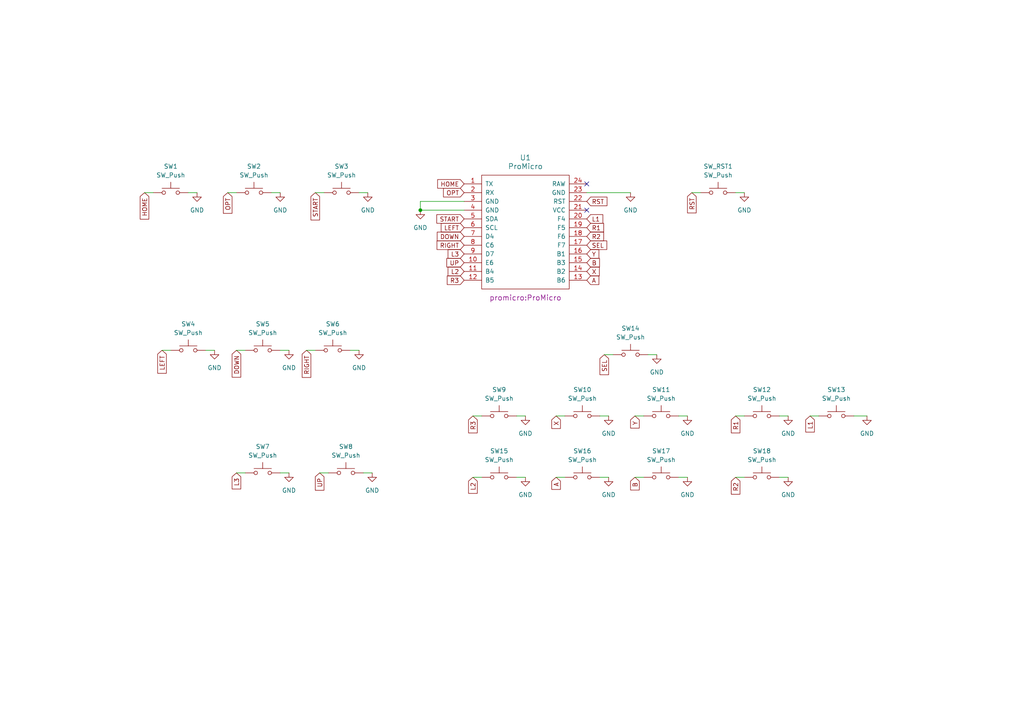
<source format=kicad_sch>
(kicad_sch (version 20230121) (generator eeschema)
  (paper "A4")
  (title_block (title "ergoSHIFT") (date "2023/12/16") (rev "rev.1"))
  (lib_symbols
    (symbol "Switch:SW_Push" (pin_numbers hide) (pin_names (offset 1.016) hide)
      (property "Reference" "SW" (at 1.27 2.54 0))
      (property "Value" "SW_Push" (at 0 -1.524 0))
      (symbol "SW_Push_0_1"
        (circle (center -2.032 0) (radius 0.508))
        (polyline (pts (xy 0 1.27) (xy 0 3.048)))
        (polyline (pts (xy 2.54 1.27) (xy -2.54 1.27)))
        (circle (center 2.032 0) (radius 0.508))
        (pin passive line (at -5.08 0 0) (length 2.54) (name "1") (number "1"))
        (pin passive line (at 5.08 0 180) (length 2.54) (name "2") (number "2"))
      )
    )
    (symbol "power:GND" (power) (pin_names (offset 0))
      (property "Value" "GND" (at 0 -3.81 0))
      (symbol "GND_0_1"
        (polyline (pts (xy 0 0) (xy 0 -1.27) (xy 1.27 -1.27) (xy 0 -2.54) (xy -1.27 -1.27) (xy 0 -1.27)))
      )
      (symbol "GND_1_1"
        (pin power_in line (at 0 0 270) (length 0) hide (name "GND") (number "1"))
      )
    )
    (symbol "promicro:ProMicro" (pin_names (offset 1.016))
      (property "Reference" "U" (at 0 24.13 0))
      (property "Value" "ProMicro" (at 0 -13.97 0))
      (symbol "ProMicro_0_1"
        (rectangle (start -12.7 21.59) (end 12.7 -11.43))
      )
      (symbol "ProMicro_1_1"
        (pin bidirectional line (at -17.78 19.05 0) (length 5.08) (name "TX") (number "1"))
        (pin bidirectional line (at -17.78 -3.81 0) (length 5.08) (name "E6") (number "10"))
        (pin bidirectional line (at -17.78 -6.35 0) (length 5.08) (name "B4") (number "11"))
        (pin bidirectional line (at -17.78 -8.89 0) (length 5.08) (name "B5") (number "12"))
        (pin bidirectional line (at 17.78 -8.89 180) (length 5.08) (name "B6") (number "13"))
        (pin bidirectional line (at 17.78 -6.35 180) (length 5.08) (name "B2") (number "14"))
        (pin bidirectional line (at 17.78 -3.81 180) (length 5.08) (name "B3") (number "15"))
        (pin bidirectional line (at 17.78 -1.27 180) (length 5.08) (name "B1") (number "16"))
        (pin bidirectional line (at 17.78 1.27 180) (length 5.08) (name "F7") (number "17"))
        (pin bidirectional line (at 17.78 3.81 180) (length 5.08) (name "F6") (number "18"))
        (pin bidirectional line (at 17.78 6.35 180) (length 5.08) (name "F5") (number "19"))
        (pin bidirectional line (at -17.78 16.51 0) (length 5.08) (name "RX") (number "2"))
        (pin bidirectional line (at 17.78 8.89 180) (length 5.08) (name "F4") (number "20"))
        (pin power_in line (at 17.78 11.43 180) (length 5.08) (name "VCC") (number "21"))
        (pin input line (at 17.78 13.97 180) (length 5.08) (name "RST") (number "22"))
        (pin power_in line (at 17.78 16.51 180) (length 5.08) (name "GND") (number "23"))
        (pin power_out line (at 17.78 19.05 180) (length 5.08) (name "RAW") (number "24"))
        (pin power_in line (at -17.78 13.97 0) (length 5.08) (name "GND") (number "3"))
        (pin power_in line (at -17.78 11.43 0) (length 5.08) (name "GND") (number "4"))
        (pin bidirectional line (at -17.78 8.89 0) (length 5.08) (name "SDA") (number "5"))
        (pin bidirectional line (at -17.78 6.35 0) (length 5.08) (name "SCL") (number "6"))
        (pin bidirectional line (at -17.78 3.81 0) (length 5.08) (name "D4") (number "7"))
        (pin bidirectional line (at -17.78 1.27 0) (length 5.08) (name "C6") (number "8"))
        (pin bidirectional line (at -17.78 -1.27 0) (length 5.08) (name "D7") (number "9"))
      )
    )
  )
  (junction (at 121.92 60.96))
  (no_connect (at 170.18 60.96))
  (no_connect (at 170.18 53.34))
  (wire (pts (xy 81.28 101.6) (xy 83.82 101.6)))
  (wire (pts (xy 184.15 120.65) (xy 186.69 120.65)))
  (wire (pts (xy 54.61 55.88) (xy 57.15 55.88)))
  (wire (pts (xy 92.71 137.16) (xy 95.25 137.16)))
  (wire (pts (xy 247.65 120.65) (xy 251.46 120.65)))
  (wire (pts (xy 81.28 137.16) (xy 83.82 137.16)))
  (wire (pts (xy 66.04 55.88) (xy 68.58 55.88)))
  (wire (pts (xy 161.29 138.43) (xy 163.83 138.43)))
  (wire (pts (xy 105.41 137.16) (xy 107.95 137.16)))
  (wire (pts (xy 161.29 120.65) (xy 163.83 120.65)))
  (wire (pts (xy 68.58 101.6) (xy 71.12 101.6)))
  (wire (pts (xy 173.99 138.43) (xy 176.53 138.43)))
  (wire (pts (xy 104.14 55.88) (xy 106.68 55.88)))
  (wire (pts (xy 101.6 101.6) (xy 104.14 101.6)))
  (wire (pts (xy 175.26 102.87) (xy 177.8 102.87)))
  (wire (pts (xy 46.99 101.6) (xy 49.53 101.6)))
  (wire (pts (xy 137.16 120.65) (xy 139.7 120.65)))
  (wire (pts (xy 196.85 120.65) (xy 199.39 120.65)))
  (wire (pts (xy 137.16 138.43) (xy 139.7 138.43)))
  (wire (pts (xy 59.69 101.6) (xy 62.23 101.6)))
  (wire (pts (xy 149.86 138.43) (xy 152.4 138.43)))
  (wire (pts (xy 134.62 58.42) (xy 121.92 58.42)))
  (wire (pts (xy 196.85 138.43) (xy 199.39 138.43)))
  (wire (pts (xy 226.06 120.65) (xy 228.6 120.65)))
  (wire (pts (xy 121.92 60.96) (xy 134.62 60.96)))
  (wire (pts (xy 170.18 55.88) (xy 182.88 55.88)))
  (wire (pts (xy 234.95 120.65) (xy 237.49 120.65)))
  (wire (pts (xy 68.58 137.16) (xy 71.12 137.16)))
  (wire (pts (xy 200.66 55.88) (xy 203.2 55.88)))
  (wire (pts (xy 187.96 102.87) (xy 190.5 102.87)))
  (wire (pts (xy 173.99 120.65) (xy 176.53 120.65)))
  (wire (pts (xy 78.74 55.88) (xy 81.28 55.88)))
  (wire (pts (xy 226.06 138.43) (xy 228.6 138.43)))
  (wire (pts (xy 213.36 138.43) (xy 215.9 138.43)))
  (wire (pts (xy 149.86 120.65) (xy 152.4 120.65)))
  (wire (pts (xy 213.36 120.65) (xy 215.9 120.65)))
  (wire (pts (xy 213.36 55.88) (xy 215.9 55.88)))
  (wire (pts (xy 91.44 55.88) (xy 93.98 55.88)))
  (wire (pts (xy 41.91 55.88) (xy 44.45 55.88)))
  (wire (pts (xy 184.15 138.43) (xy 186.69 138.43)))
  (wire (pts (xy 88.9 101.6) (xy 91.44 101.6)))
  (wire (pts (xy 121.92 58.42) (xy 121.92 60.96)))
  (global_label "RST" (shape input) (at 170.18 58.42 0) (property "Intersheetrefs" "${INTERSHEET_REFS}" (effects hide)))
  (global_label "L2" (shape input) (at 137.16 138.43 270) (property "Intersheetrefs" "${INTERSHEET_REFS}" (effects hide)))
  (global_label "X" (shape input) (at 161.29 120.65 270) (property "Intersheetrefs" "${INTERSHEET_REFS}" (effects hide)))
  (global_label "L3" (shape input) (at 68.58 137.16 270) (property "Intersheetrefs" "${INTERSHEET_REFS}" (effects hide)))
  (global_label "SEL" (shape input) (at 175.26 102.87 270) (property "Intersheetrefs" "${INTERSHEET_REFS}" (effects hide)))
  (global_label "START" (shape input) (at 91.44 55.88 270) (property "Intersheetrefs" "${INTERSHEET_REFS}" (effects hide)))
  (global_label "X" (shape input) (at 170.18 78.74 0) (property "Intersheetrefs" "${INTERSHEET_REFS}" (effects hide)))
  (global_label "HOME" (shape input) (at 41.91 55.88 270) (property "Intersheetrefs" "${INTERSHEET_REFS}" (effects hide)))
  (global_label "R2" (shape input) (at 170.18 68.58 0) (property "Intersheetrefs" "${INTERSHEET_REFS}" (effects hide)))
  (global_label "R1" (shape input) (at 213.36 120.65 270) (property "Intersheetrefs" "${INTERSHEET_REFS}" (effects hide)))
  (global_label "RIGHT" (shape input) (at 134.62 71.12 180) (property "Intersheetrefs" "${INTERSHEET_REFS}" (effects hide)))
  (global_label "R2" (shape input) (at 213.36 138.43 270) (property "Intersheetrefs" "${INTERSHEET_REFS}" (effects hide)))
  (global_label "B" (shape input) (at 184.15 138.43 270) (property "Intersheetrefs" "${INTERSHEET_REFS}" (effects hide)))
  (global_label "UP" (shape input) (at 92.71 137.16 270) (property "Intersheetrefs" "${INTERSHEET_REFS}" (effects hide)))
  (global_label "LEFT" (shape input) (at 46.99 101.6 270) (property "Intersheetrefs" "${INTERSHEET_REFS}" (effects hide)))
  (global_label "RIGHT" (shape input) (at 88.9 101.6 270) (property "Intersheetrefs" "${INTERSHEET_REFS}" (effects hide)))
  (global_label "L2" (shape input) (at 134.62 78.74 180) (property "Intersheetrefs" "${INTERSHEET_REFS}" (effects hide)))
  (global_label "RST" (shape input) (at 200.66 55.88 270) (property "Intersheetrefs" "${INTERSHEET_REFS}" (effects hide)))
  (global_label "DOWN" (shape input) (at 68.58 101.6 270) (property "Intersheetrefs" "${INTERSHEET_REFS}" (effects hide)))
  (global_label "OPT" (shape input) (at 66.04 55.88 270) (property "Intersheetrefs" "${INTERSHEET_REFS}" (effects hide)))
  (global_label "L1" (shape input) (at 234.95 120.65 270) (property "Intersheetrefs" "${INTERSHEET_REFS}" (effects hide)))
  (global_label "L3" (shape input) (at 134.62 73.66 180) (property "Intersheetrefs" "${INTERSHEET_REFS}" (effects hide)))
  (global_label "R3" (shape input) (at 137.16 120.65 270) (property "Intersheetrefs" "${INTERSHEET_REFS}" (effects hide)))
  (global_label "R1" (shape input) (at 170.18 66.04 0) (property "Intersheetrefs" "${INTERSHEET_REFS}" (effects hide)))
  (global_label "A" (shape input) (at 170.18 81.28 0) (property "Intersheetrefs" "${INTERSHEET_REFS}" (effects hide)))
  (global_label "DOWN" (shape input) (at 134.62 68.58 180) (property "Intersheetrefs" "${INTERSHEET_REFS}" (effects hide)))
  (global_label "B" (shape input) (at 170.18 76.2 0) (property "Intersheetrefs" "${INTERSHEET_REFS}" (effects hide)))
  (global_label "SEL" (shape input) (at 170.18 71.12 0) (property "Intersheetrefs" "${INTERSHEET_REFS}" (effects hide)))
  (global_label "OPT" (shape input) (at 134.62 55.88 180) (property "Intersheetrefs" "${INTERSHEET_REFS}" (effects hide)))
  (global_label "L1" (shape input) (at 170.18 63.5 0) (property "Intersheetrefs" "${INTERSHEET_REFS}" (effects hide)))
  (global_label "R3" (shape input) (at 134.62 81.28 180) (property "Intersheetrefs" "${INTERSHEET_REFS}" (effects hide)))
  (global_label "UP" (shape input) (at 134.62 76.2 180) (property "Intersheetrefs" "${INTERSHEET_REFS}" (effects hide)))
  (global_label "A" (shape input) (at 161.29 138.43 270) (property "Intersheetrefs" "${INTERSHEET_REFS}" (effects hide)))
  (global_label "Y" (shape input) (at 184.15 120.65 270) (property "Intersheetrefs" "${INTERSHEET_REFS}" (effects hide)))
  (global_label "START" (shape input) (at 134.62 63.5 180) (property "Intersheetrefs" "${INTERSHEET_REFS}" (effects hide)))
  (global_label "Y" (shape input) (at 170.18 73.66 0) (property "Intersheetrefs" "${INTERSHEET_REFS}" (effects hide)))
  (global_label "LEFT" (shape input) (at 134.62 66.04 180) (property "Intersheetrefs" "${INTERSHEET_REFS}" (effects hide)))
  (global_label "HOME" (shape input) (at 134.62 53.34 180) (property "Intersheetrefs" "${INTERSHEET_REFS}" (effects hide)))
  (symbol (lib_id "Switch:SW_Push") (at 54.61 101.6 0) (unit 1)
    (property "Reference" "SW4" (at 54.61 93.98 0))
    (property "Value" "SW_Push" (at 54.61 96.52 0))
    (property "Footprint" "keyswitches:Kailh_socket_MX_optional" (effects hide))
  )
  (symbol (lib_id "power:GND") (at 182.88 55.88 0) (unit 1)
    (property "Reference" "#PWR019" (effects hide))
    (property "Value" "GND" (at 182.88 60.96 0))
  )
  (symbol (lib_id "power:GND") (at 81.28 55.88 0) (unit 1)
    (property "Reference" "#PWR02" (effects hide))
    (property "Value" "GND" (at 81.28 60.96 0))
  )
  (symbol (lib_id "Switch:SW_Push") (at 208.28 55.88 0) (unit 1)
    (property "Reference" "SW_RST1" (at 208.28 48.26 0))
    (property "Value" "SW_Push" (at 208.28 50.8 0))
    (property "Footprint" "ergoSHIFT-rev1-kicad:SW_Tactile_Yushakobo 3x6x4.3mm" (effects hide))
  )
  (symbol (lib_id "Switch:SW_Push") (at 76.2 101.6 0) (unit 1)
    (property "Reference" "SW5" (at 76.2 93.98 0))
    (property "Value" "SW_Push" (at 76.2 96.52 0))
    (property "Footprint" "keyswitches:Kailh_socket_MX_optional" (effects hide))
  )
  (symbol (lib_id "power:GND") (at 152.4 120.65 0) (unit 1)
    (property "Reference" "#PWR09" (effects hide))
    (property "Value" "GND" (at 152.4 125.73 0))
  )
  (symbol (lib_id "Switch:SW_Push") (at 144.78 138.43 0) (unit 1)
    (property "Reference" "SW15" (at 144.78 130.81 0))
    (property "Value" "SW_Push" (at 144.78 133.35 0))
    (property "Footprint" "keyswitches:Kailh_socket_MX_optional" (effects hide))
  )
  (symbol (lib_id "power:GND") (at 228.6 120.65 0) (unit 1)
    (property "Reference" "#PWR014" (effects hide))
    (property "Value" "GND" (at 228.6 125.73 0))
  )
  (symbol (lib_id "power:GND") (at 83.82 101.6 0) (unit 1)
    (property "Reference" "#PWR05" (effects hide))
    (property "Value" "GND" (at 83.82 106.68 0))
  )
  (symbol (lib_id "Switch:SW_Push") (at 73.66 55.88 0) (unit 1)
    (property "Reference" "SW2" (at 73.66 48.26 0))
    (property "Value" "SW_Push" (at 73.66 50.8 0))
    (property "Footprint" "Button_Switch_THT:SW_PUSH_6mm_H8.5mm" (effects hide))
  )
  (symbol (lib_id "power:GND") (at 176.53 138.43 0) (unit 1)
    (property "Reference" "#PWR011" (effects hide))
    (property "Value" "GND" (at 176.53 143.51 0))
  )
  (symbol (lib_id "power:GND") (at 199.39 138.43 0) (unit 1)
    (property "Reference" "#PWR012" (effects hide))
    (property "Value" "GND" (at 199.39 143.51 0))
  )
  (symbol (lib_id "Switch:SW_Push") (at 144.78 120.65 0) (unit 1)
    (property "Reference" "SW9" (at 144.78 113.03 0))
    (property "Value" "SW_Push" (at 144.78 115.57 0))
    (property "Footprint" "keyswitches:Kailh_socket_MX_optional" (effects hide))
  )
  (symbol (lib_id "Switch:SW_Push") (at 168.91 120.65 0) (unit 1)
    (property "Reference" "SW10" (at 168.91 113.03 0))
    (property "Value" "SW_Push" (at 168.91 115.57 0))
    (property "Footprint" "keyswitches:Kailh_socket_MX_optional" (effects hide))
  )
  (symbol (lib_id "Switch:SW_Push") (at 168.91 138.43 0) (unit 1)
    (property "Reference" "SW16" (at 168.91 130.81 0))
    (property "Value" "SW_Push" (at 168.91 133.35 0))
    (property "Footprint" "keyswitches:Kailh_socket_MX_optional" (effects hide))
  )
  (symbol (lib_id "Switch:SW_Push") (at 220.98 138.43 0) (unit 1)
    (property "Reference" "SW18" (at 220.98 130.81 0))
    (property "Value" "SW_Push" (at 220.98 133.35 0))
    (property "Footprint" "keyswitches:Kailh_socket_MX_optional" (effects hide))
  )
  (symbol (lib_id "power:GND") (at 106.68 55.88 0) (unit 1)
    (property "Reference" "#PWR03" (effects hide))
    (property "Value" "GND" (at 106.68 60.96 0))
  )
  (symbol (lib_id "Switch:SW_Push") (at 100.33 137.16 0) (unit 1)
    (property "Reference" "SW8" (at 100.33 129.54 0))
    (property "Value" "SW_Push" (at 100.33 132.08 0))
    (property "Footprint" "keyswitches:Kailh_socket_MX_optional" (effects hide))
  )
  (symbol (lib_id "Switch:SW_Push") (at 76.2 137.16 0) (unit 1)
    (property "Reference" "SW7" (at 76.2 129.54 0))
    (property "Value" "SW_Push" (at 76.2 132.08 0))
    (property "Footprint" "keyswitches:Kailh_socket_MX_optional" (effects hide))
  )
  (symbol (lib_id "power:GND") (at 251.46 120.65 0) (unit 1)
    (property "Reference" "#PWR015" (effects hide))
    (property "Value" "GND" (at 251.46 125.73 0))
  )
  (symbol (lib_id "promicro:ProMicro") (at 152.4 72.39 0) (unit 1)
    (property "Reference" "U1" (at 152.4 45.72 0) (effects (font (size 1.524 1.524))))
    (property "Value" "ProMicro" (at 152.4 48.26 0) (effects (font (size 1.524 1.524))))
    (property "Footprint" "promicro:ProMicro" (at 152.4 86.36 0) (effects (font (size 1.524 1.524))))
  )
  (symbol (lib_id "power:GND") (at 62.23 101.6 0) (unit 1)
    (property "Reference" "#PWR04" (effects hide))
    (property "Value" "GND" (at 62.23 106.68 0))
  )
  (symbol (lib_id "Switch:SW_Push") (at 96.52 101.6 0) (unit 1)
    (property "Reference" "SW6" (at 96.52 93.98 0))
    (property "Value" "SW_Push" (at 96.52 96.52 0))
    (property "Footprint" "keyswitches:Kailh_socket_MX_optional" (effects hide))
  )
  (symbol (lib_id "power:GND") (at 152.4 138.43 0) (unit 1)
    (property "Reference" "#PWR020" (effects hide))
    (property "Value" "GND" (at 152.4 143.51 0))
  )
  (symbol (lib_id "power:GND") (at 199.39 120.65 0) (unit 1)
    (property "Reference" "#PWR013" (effects hide))
    (property "Value" "GND" (at 199.39 125.73 0))
  )
  (symbol (lib_id "Switch:SW_Push") (at 191.77 120.65 0) (unit 1)
    (property "Reference" "SW11" (at 191.77 113.03 0))
    (property "Value" "SW_Push" (at 191.77 115.57 0))
    (property "Footprint" "keyswitches:Kailh_socket_MX_optional" (effects hide))
  )
  (symbol (lib_id "power:GND") (at 215.9 55.88 0) (unit 1)
    (property "Reference" "#PWR017" (effects hide))
    (property "Value" "GND" (at 215.9 60.96 0))
  )
  (symbol (lib_id "power:GND") (at 176.53 120.65 0) (unit 1)
    (property "Reference" "#PWR010" (effects hide))
    (property "Value" "GND" (at 176.53 125.73 0))
  )
  (symbol (lib_id "power:GND") (at 121.92 60.96 0) (unit 1)
    (property "Reference" "#PWR018" (effects hide))
    (property "Value" "GND" (at 121.92 66.04 0))
  )
  (symbol (lib_id "power:GND") (at 104.14 101.6 0) (unit 1)
    (property "Reference" "#PWR06" (effects hide))
    (property "Value" "GND" (at 104.14 106.68 0))
  )
  (symbol (lib_id "power:GND") (at 228.6 138.43 0) (unit 1)
    (property "Reference" "#PWR016" (effects hide))
    (property "Value" "GND" (at 228.6 143.51 0))
  )
  (symbol (lib_id "Switch:SW_Push") (at 49.53 55.88 0) (unit 1)
    (property "Reference" "SW1" (at 49.53 48.26 0))
    (property "Value" "SW_Push" (at 49.53 50.8 0))
    (property "Footprint" "Button_Switch_THT:SW_PUSH_6mm_H8.5mm" (effects hide))
  )
  (symbol (lib_id "Switch:SW_Push") (at 99.06 55.88 0) (unit 1)
    (property "Reference" "SW3" (at 99.06 48.26 0))
    (property "Value" "SW_Push" (at 99.06 50.8 0))
    (property "Footprint" "Button_Switch_THT:SW_PUSH_6mm_H8.5mm" (effects hide))
  )
  (symbol (lib_id "power:GND") (at 57.15 55.88 0) (unit 1)
    (property "Reference" "#PWR01" (effects hide))
    (property "Value" "GND" (at 57.15 60.96 0))
  )
  (symbol (lib_id "Switch:SW_Push") (at 191.77 138.43 0) (unit 1)
    (property "Reference" "SW17" (at 191.77 130.81 0))
    (property "Value" "SW_Push" (at 191.77 133.35 0))
    (property "Footprint" "keyswitches:Kailh_socket_MX_optional" (effects hide))
  )
  (symbol (lib_id "power:GND") (at 107.95 137.16 0) (unit 1)
    (property "Reference" "#PWR07" (effects hide))
    (property "Value" "GND" (at 107.95 142.24 0))
  )
  (symbol (lib_id "Switch:SW_Push") (at 242.57 120.65 0) (unit 1)
    (property "Reference" "SW13" (at 242.57 113.03 0))
    (property "Value" "SW_Push" (at 242.57 115.57 0))
    (property "Footprint" "keyswitches:Kailh_socket_MX_optional" (effects hide))
  )
  (symbol (lib_id "Switch:SW_Push") (at 182.88 102.87 0) (unit 1)
    (property "Reference" "SW14" (at 182.88 95.25 0))
    (property "Value" "SW_Push" (at 182.88 97.79 0))
    (property "Footprint" "keyswitches:Kailh_socket_MX_optional" (effects hide))
  )
  (symbol (lib_id "power:GND") (at 83.82 137.16 0) (unit 1)
    (property "Reference" "#PWR08" (effects hide))
    (property "Value" "GND" (at 83.82 142.24 0))
  )
  (symbol (lib_id "power:GND") (at 190.5 102.87 0) (unit 1)
    (property "Reference" "#PWR021" (effects hide))
    (property "Value" "GND" (at 190.5 107.95 0))
  )
  (symbol (lib_id "Switch:SW_Push") (at 220.98 120.65 0) (unit 1)
    (property "Reference" "SW12" (at 220.98 113.03 0))
    (property "Value" "SW_Push" (at 220.98 115.57 0))
    (property "Footprint" "keyswitches:Kailh_socket_MX_optional" (effects hide))
  )
)
</source>
